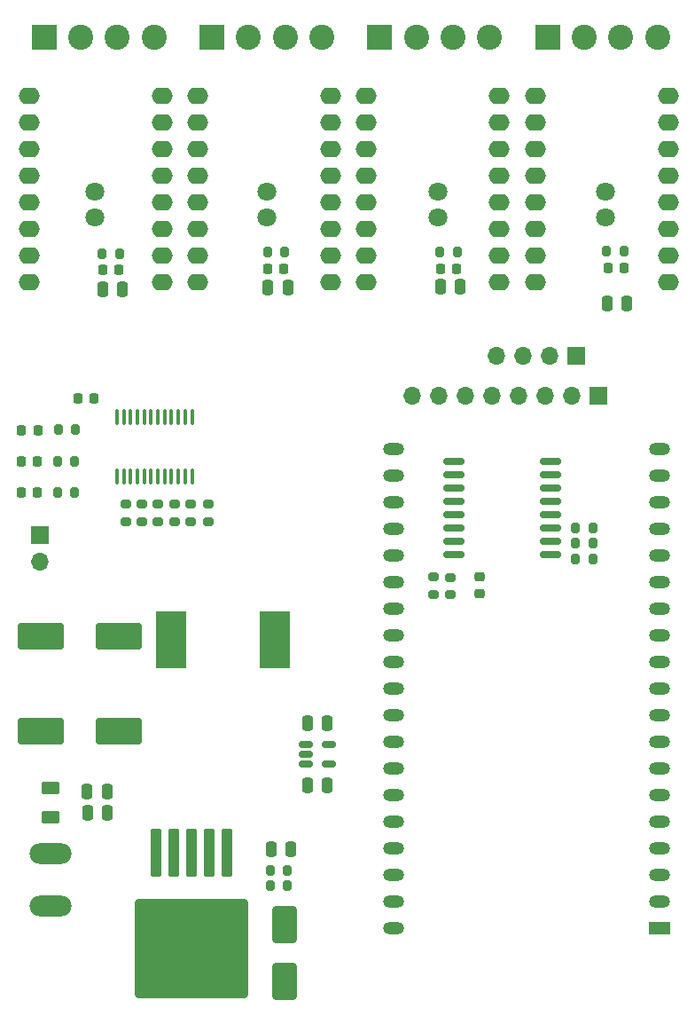
<source format=gts>
G04 #@! TF.GenerationSoftware,KiCad,Pcbnew,8.0.3-8.0.3-0~ubuntu20.04.1*
G04 #@! TF.CreationDate,2024-10-12T18:08:44-03:00*
G04 #@! TF.ProjectId,syringe_pump,73797269-6e67-4655-9f70-756d702e6b69,rev?*
G04 #@! TF.SameCoordinates,Original*
G04 #@! TF.FileFunction,Soldermask,Top*
G04 #@! TF.FilePolarity,Negative*
%FSLAX46Y46*%
G04 Gerber Fmt 4.6, Leading zero omitted, Abs format (unit mm)*
G04 Created by KiCad (PCBNEW 8.0.3-8.0.3-0~ubuntu20.04.1) date 2024-10-12 18:08:44*
%MOMM*%
%LPD*%
G01*
G04 APERTURE LIST*
G04 Aperture macros list*
%AMRoundRect*
0 Rectangle with rounded corners*
0 $1 Rounding radius*
0 $2 $3 $4 $5 $6 $7 $8 $9 X,Y pos of 4 corners*
0 Add a 4 corners polygon primitive as box body*
4,1,4,$2,$3,$4,$5,$6,$7,$8,$9,$2,$3,0*
0 Add four circle primitives for the rounded corners*
1,1,$1+$1,$2,$3*
1,1,$1+$1,$4,$5*
1,1,$1+$1,$6,$7*
1,1,$1+$1,$8,$9*
0 Add four rect primitives between the rounded corners*
20,1,$1+$1,$2,$3,$4,$5,0*
20,1,$1+$1,$4,$5,$6,$7,0*
20,1,$1+$1,$6,$7,$8,$9,0*
20,1,$1+$1,$8,$9,$2,$3,0*%
G04 Aperture macros list end*
%ADD10RoundRect,0.200000X-0.275000X0.200000X-0.275000X-0.200000X0.275000X-0.200000X0.275000X0.200000X0*%
%ADD11RoundRect,0.200000X0.200000X0.275000X-0.200000X0.275000X-0.200000X-0.275000X0.200000X-0.275000X0*%
%ADD12RoundRect,0.250000X-0.250000X-0.475000X0.250000X-0.475000X0.250000X0.475000X-0.250000X0.475000X0*%
%ADD13RoundRect,0.225000X-0.250000X0.225000X-0.250000X-0.225000X0.250000X-0.225000X0.250000X0.225000X0*%
%ADD14RoundRect,0.200000X0.275000X-0.200000X0.275000X0.200000X-0.275000X0.200000X-0.275000X-0.200000X0*%
%ADD15RoundRect,0.225000X0.225000X0.250000X-0.225000X0.250000X-0.225000X-0.250000X0.225000X-0.250000X0*%
%ADD16RoundRect,0.250000X0.250000X0.475000X-0.250000X0.475000X-0.250000X-0.475000X0.250000X-0.475000X0*%
%ADD17C,1.800000*%
%ADD18RoundRect,0.250000X-0.300000X2.050000X-0.300000X-2.050000X0.300000X-2.050000X0.300000X2.050000X0*%
%ADD19RoundRect,0.250002X-5.149998X4.449998X-5.149998X-4.449998X5.149998X-4.449998X5.149998X4.449998X0*%
%ADD20RoundRect,0.218750X-0.218750X-0.256250X0.218750X-0.256250X0.218750X0.256250X-0.218750X0.256250X0*%
%ADD21R,1.700000X1.700000*%
%ADD22O,1.700000X1.700000*%
%ADD23RoundRect,0.150000X-0.512500X-0.150000X0.512500X-0.150000X0.512500X0.150000X-0.512500X0.150000X0*%
%ADD24RoundRect,0.250000X-1.950000X-1.000000X1.950000X-1.000000X1.950000X1.000000X-1.950000X1.000000X0*%
%ADD25O,4.000000X2.000000*%
%ADD26R,2.900000X5.400000*%
%ADD27RoundRect,0.150000X0.875000X0.150000X-0.875000X0.150000X-0.875000X-0.150000X0.875000X-0.150000X0*%
%ADD28RoundRect,0.200000X-0.200000X-0.275000X0.200000X-0.275000X0.200000X0.275000X-0.200000X0.275000X0*%
%ADD29RoundRect,0.250000X-0.900000X1.500000X-0.900000X-1.500000X0.900000X-1.500000X0.900000X1.500000X0*%
%ADD30RoundRect,0.250000X0.625000X-0.375000X0.625000X0.375000X-0.625000X0.375000X-0.625000X-0.375000X0*%
%ADD31R,2.000000X1.200000*%
%ADD32O,2.000000X1.200000*%
%ADD33R,2.400000X2.400000*%
%ADD34C,2.400000*%
%ADD35O,2.000000X1.600000*%
%ADD36RoundRect,0.100000X0.100000X-0.637500X0.100000X0.637500X-0.100000X0.637500X-0.100000X-0.637500X0*%
G04 APERTURE END LIST*
D10*
X69050000Y-102075000D03*
X69050000Y-103725000D03*
X64300000Y-102075000D03*
X64300000Y-103725000D03*
X62750000Y-102075000D03*
X62750000Y-103725000D03*
X61250000Y-102075000D03*
X61250000Y-103725000D03*
D11*
X56325000Y-98000000D03*
X54675000Y-98000000D03*
D12*
X57500000Y-129500000D03*
X59400000Y-129500000D03*
D13*
X94990000Y-109045000D03*
X94990000Y-110595000D03*
D11*
X108775000Y-77950000D03*
X107125000Y-77950000D03*
D14*
X92220000Y-110715000D03*
X92220000Y-109065000D03*
D11*
X105802948Y-104310000D03*
X104152948Y-104310000D03*
D15*
X60550000Y-79750000D03*
X59000000Y-79750000D03*
D12*
X78550000Y-128937500D03*
X80450000Y-128937500D03*
D16*
X76700000Y-81400000D03*
X74800000Y-81400000D03*
D17*
X58225000Y-74750000D03*
X58225000Y-72250000D03*
D18*
X70900000Y-135350000D03*
X69200000Y-135350000D03*
X67500000Y-135350000D03*
D19*
X67500000Y-144500000D03*
D18*
X65800000Y-135350000D03*
X64100000Y-135350000D03*
D12*
X57550000Y-131500000D03*
X59450000Y-131500000D03*
D14*
X90610000Y-110675000D03*
X90610000Y-109025000D03*
D20*
X51262500Y-95030000D03*
X52837500Y-95030000D03*
D11*
X76650000Y-137000000D03*
X75000000Y-137000000D03*
D21*
X106375000Y-91705000D03*
D22*
X103835000Y-91705000D03*
X101295000Y-91705000D03*
X98755000Y-91705000D03*
X96215000Y-91705000D03*
X93675000Y-91705000D03*
X91135000Y-91705000D03*
X88595000Y-91705000D03*
D23*
X78362500Y-124987500D03*
X78362500Y-125937500D03*
X78362500Y-126887500D03*
X80637500Y-126887500D03*
X80637500Y-124987500D03*
D24*
X53100000Y-123700000D03*
X60500000Y-123700000D03*
D11*
X105802948Y-107310000D03*
X104152948Y-107310000D03*
D25*
X54000000Y-140450000D03*
X54000000Y-135450000D03*
D16*
X93150000Y-81350000D03*
X91250000Y-81350000D03*
D11*
X105802948Y-105810000D03*
X104152948Y-105810000D03*
D26*
X65550000Y-115000000D03*
X75450000Y-115000000D03*
D15*
X76325000Y-79600000D03*
X74775000Y-79600000D03*
D16*
X109050000Y-82900000D03*
X107150000Y-82900000D03*
D11*
X60600000Y-78200000D03*
X58950000Y-78200000D03*
D27*
X101802948Y-106850000D03*
X101802948Y-105580000D03*
X101802948Y-104310000D03*
X101802948Y-103040000D03*
X101802948Y-101770000D03*
X101802948Y-100500000D03*
X101802948Y-99230000D03*
X101802948Y-97960000D03*
X92502948Y-97960000D03*
X92502948Y-99230000D03*
X92502948Y-100500000D03*
X92502948Y-101770000D03*
X92502948Y-103040000D03*
X92502948Y-104310000D03*
X92502948Y-105580000D03*
X92502948Y-106850000D03*
D28*
X75000000Y-138500000D03*
X76650000Y-138500000D03*
D29*
X76350000Y-142200000D03*
X76350000Y-147600000D03*
D10*
X65850000Y-102075000D03*
X65850000Y-103725000D03*
D17*
X107000000Y-74750000D03*
X107000000Y-72250000D03*
D11*
X56395000Y-94960000D03*
X54745000Y-94960000D03*
D15*
X58175000Y-92000000D03*
X56625000Y-92000000D03*
D24*
X53100000Y-114700000D03*
X60500000Y-114700000D03*
D16*
X77000000Y-135000000D03*
X75100000Y-135000000D03*
D17*
X74700000Y-74750000D03*
X74700000Y-72250000D03*
D21*
X104240000Y-87900000D03*
D22*
X101700000Y-87900000D03*
X99160000Y-87900000D03*
X96620000Y-87900000D03*
D20*
X51212500Y-98000000D03*
X52787500Y-98000000D03*
D15*
X92825000Y-79600000D03*
X91275000Y-79600000D03*
D16*
X80450000Y-122937500D03*
X78550000Y-122937500D03*
D10*
X67400000Y-102075000D03*
X67400000Y-103725000D03*
D16*
X60900000Y-81600000D03*
X59000000Y-81600000D03*
D21*
X53000000Y-105025000D03*
D22*
X53000000Y-107565000D03*
D17*
X91000000Y-74750000D03*
X91000000Y-72250000D03*
D30*
X54000000Y-131950000D03*
X54000000Y-129150000D03*
D15*
X108825000Y-79500000D03*
X107275000Y-79500000D03*
D11*
X92875000Y-78050000D03*
X91225000Y-78050000D03*
D20*
X51212500Y-101000000D03*
X52787500Y-101000000D03*
D11*
X76375000Y-78050000D03*
X74725000Y-78050000D03*
X56325000Y-101000000D03*
X54675000Y-101000000D03*
D31*
X112160000Y-142510000D03*
D32*
X112160000Y-139970000D03*
X112160000Y-137430000D03*
X112160000Y-134890000D03*
X112160000Y-132350000D03*
X112160000Y-129810000D03*
X112160000Y-127270000D03*
X112160000Y-124730000D03*
X112160000Y-122190000D03*
X112160000Y-119650000D03*
X112160000Y-117110000D03*
X112160000Y-114570000D03*
X112160000Y-112030000D03*
X112160000Y-109490000D03*
X112160000Y-106950000D03*
X112160000Y-104410000D03*
X112160000Y-101870000D03*
X112160000Y-99330000D03*
X112160000Y-96790000D03*
X86763680Y-96792720D03*
X86763680Y-99332720D03*
X86760000Y-101870000D03*
X86760000Y-104410000D03*
X86760000Y-106950000D03*
X86760000Y-109490000D03*
X86760000Y-112030000D03*
X86760000Y-114570000D03*
X86760000Y-117110000D03*
X86760000Y-119650000D03*
X86760000Y-122190000D03*
X86760000Y-124730000D03*
X86760000Y-127270000D03*
X86760000Y-129810000D03*
X86760000Y-132350000D03*
X86760000Y-134890000D03*
X86760000Y-137430000D03*
X86760000Y-139970000D03*
X86760000Y-142510000D03*
D33*
X69433333Y-57500000D03*
D34*
X72933333Y-57500000D03*
X76433333Y-57500000D03*
X79933333Y-57500000D03*
D35*
X68100000Y-80890000D03*
X68100000Y-78350000D03*
X68100000Y-75810000D03*
X68100000Y-73270000D03*
X68100000Y-70730000D03*
X68100000Y-68190000D03*
X68100000Y-65650000D03*
X68100000Y-63110000D03*
X80800000Y-63110000D03*
X80800000Y-65650000D03*
X80800000Y-68190000D03*
X80800000Y-70730000D03*
X80800000Y-73270000D03*
X80800000Y-75810000D03*
X80800000Y-78350000D03*
X80800000Y-80890000D03*
D33*
X53400000Y-57500000D03*
D34*
X56900000Y-57500000D03*
X60400000Y-57500000D03*
X63900000Y-57500000D03*
D33*
X101500000Y-57500000D03*
D34*
X105000000Y-57500000D03*
X108500000Y-57500000D03*
X112000000Y-57500000D03*
D35*
X84200000Y-80890000D03*
X84200000Y-78350000D03*
X84200000Y-75810000D03*
X84200000Y-73270000D03*
X84200000Y-70730000D03*
X84200000Y-68190000D03*
X84200000Y-65650000D03*
X84200000Y-63110000D03*
X96900000Y-63110000D03*
X96900000Y-65650000D03*
X96900000Y-68190000D03*
X96900000Y-70730000D03*
X96900000Y-73270000D03*
X96900000Y-75810000D03*
X96900000Y-78350000D03*
X96900000Y-80890000D03*
D33*
X85466666Y-57500000D03*
D34*
X88966666Y-57500000D03*
X92466666Y-57500000D03*
X95966666Y-57500000D03*
D35*
X52000000Y-80890000D03*
X52000000Y-78350000D03*
X52000000Y-75810000D03*
X52000000Y-73270000D03*
X52000000Y-70730000D03*
X52000000Y-68190000D03*
X52000000Y-65650000D03*
X52000000Y-63110000D03*
X64700000Y-63110000D03*
X64700000Y-65650000D03*
X64700000Y-68190000D03*
X64700000Y-70730000D03*
X64700000Y-73270000D03*
X64700000Y-75810000D03*
X64700000Y-78350000D03*
X64700000Y-80890000D03*
X100300000Y-80890000D03*
X100300000Y-78350000D03*
X100300000Y-75810000D03*
X100300000Y-73270000D03*
X100300000Y-70730000D03*
X100300000Y-68190000D03*
X100300000Y-65650000D03*
X100300000Y-63110000D03*
X113000000Y-63110000D03*
X113000000Y-65650000D03*
X113000000Y-68190000D03*
X113000000Y-70730000D03*
X113000000Y-73270000D03*
X113000000Y-75810000D03*
X113000000Y-78350000D03*
X113000000Y-80890000D03*
D36*
X60375000Y-99462500D03*
X61025000Y-99462500D03*
X61675000Y-99462500D03*
X62325000Y-99462500D03*
X62975000Y-99462500D03*
X63625000Y-99462500D03*
X64275000Y-99462500D03*
X64925000Y-99462500D03*
X65575000Y-99462500D03*
X66225000Y-99462500D03*
X66875000Y-99462500D03*
X67525000Y-99462500D03*
X67525000Y-93737500D03*
X66875000Y-93737500D03*
X66225000Y-93737500D03*
X65575000Y-93737500D03*
X64925000Y-93737500D03*
X64275000Y-93737500D03*
X63625000Y-93737500D03*
X62975000Y-93737500D03*
X62325000Y-93737500D03*
X61675000Y-93737500D03*
X61025000Y-93737500D03*
X60375000Y-93737500D03*
M02*

</source>
